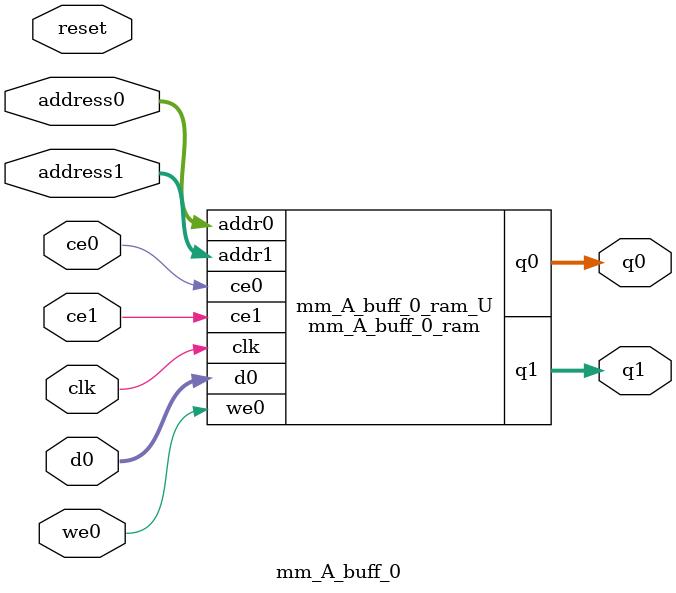
<source format=v>
`timescale 1 ns / 1 ps
module mm_A_buff_0_ram (addr0, ce0, d0, we0, q0, addr1, ce1, q1,  clk);

parameter DWIDTH = 32;
parameter AWIDTH = 4;
parameter MEM_SIZE = 16;

input[AWIDTH-1:0] addr0;
input ce0;
input[DWIDTH-1:0] d0;
input we0;
output reg[DWIDTH-1:0] q0;
input[AWIDTH-1:0] addr1;
input ce1;
output reg[DWIDTH-1:0] q1;
input clk;

reg [DWIDTH-1:0] ram[0:MEM_SIZE-1];




always @(posedge clk)  
begin 
    if (ce0) begin
        if (we0) 
            ram[addr0] <= d0; 
        q0 <= ram[addr0];
    end
end


always @(posedge clk)  
begin 
    if (ce1) begin
        q1 <= ram[addr1];
    end
end


endmodule

`timescale 1 ns / 1 ps
module mm_A_buff_0(
    reset,
    clk,
    address0,
    ce0,
    we0,
    d0,
    q0,
    address1,
    ce1,
    q1);

parameter DataWidth = 32'd32;
parameter AddressRange = 32'd16;
parameter AddressWidth = 32'd4;
input reset;
input clk;
input[AddressWidth - 1:0] address0;
input ce0;
input we0;
input[DataWidth - 1:0] d0;
output[DataWidth - 1:0] q0;
input[AddressWidth - 1:0] address1;
input ce1;
output[DataWidth - 1:0] q1;



mm_A_buff_0_ram mm_A_buff_0_ram_U(
    .clk( clk ),
    .addr0( address0 ),
    .ce0( ce0 ),
    .we0( we0 ),
    .d0( d0 ),
    .q0( q0 ),
    .addr1( address1 ),
    .ce1( ce1 ),
    .q1( q1 ));

endmodule


</source>
